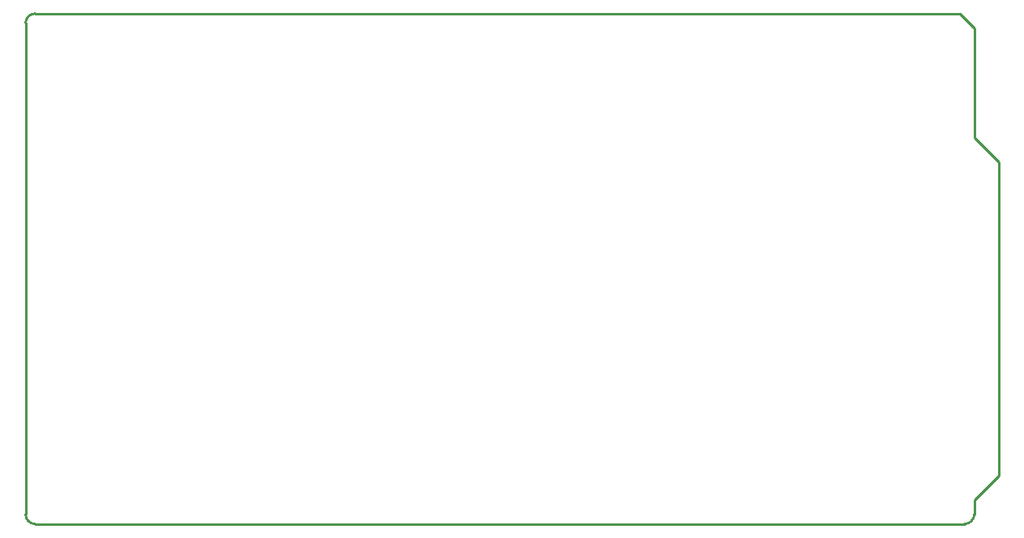
<source format=gbr>
G04 #@! TF.GenerationSoftware,KiCad,Pcbnew,(5.1.5-0-10_14)*
G04 #@! TF.CreationDate,2020-01-26T10:48:52-08:00*
G04 #@! TF.ProjectId,Printer Peripheral Interface,5072696e-7465-4722-9050-657269706865,rev?*
G04 #@! TF.SameCoordinates,Original*
G04 #@! TF.FileFunction,Profile,NP*
%FSLAX46Y46*%
G04 Gerber Fmt 4.6, Leading zero omitted, Abs format (unit mm)*
G04 Created by KiCad (PCBNEW (5.1.5-0-10_14)) date 2020-01-26 10:48:52*
%MOMM*%
%LPD*%
G04 APERTURE LIST*
%ADD10C,0.254000*%
G04 APERTURE END LIST*
D10*
X196761100Y-91287600D02*
X199301100Y-93827600D01*
X199301100Y-93827600D02*
X199301100Y-126593600D01*
X195237100Y-78333600D02*
X196761100Y-79857600D01*
X199301100Y-126593600D02*
X196761100Y-129133600D01*
X196761100Y-129133600D02*
X196761100Y-130673600D01*
X195761100Y-131673600D02*
G75*
G03X196761100Y-130673600I0J1000000D01*
G01*
X195761100Y-131673600D02*
X98701100Y-131673600D01*
X97701100Y-130673600D02*
G75*
G03X98701100Y-131673600I1000000J0D01*
G01*
X97701100Y-130673600D02*
X97701100Y-79333600D01*
X98701100Y-78333600D02*
G75*
G03X97701100Y-79333600I0J-1000000D01*
G01*
X98701100Y-78333600D02*
X195237100Y-78333600D01*
X196761100Y-79857600D02*
X196761100Y-91287600D01*
M02*

</source>
